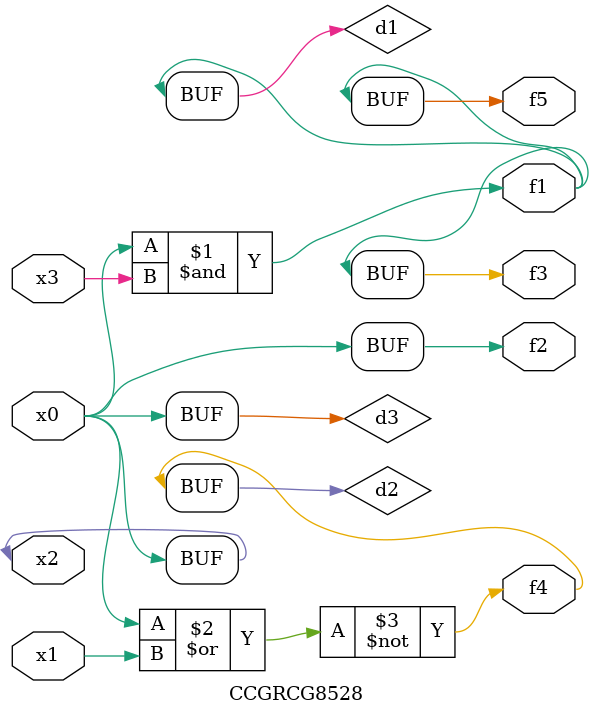
<source format=v>
module CCGRCG8528(
	input x0, x1, x2, x3,
	output f1, f2, f3, f4, f5
);

	wire d1, d2, d3;

	and (d1, x2, x3);
	nor (d2, x0, x1);
	buf (d3, x0, x2);
	assign f1 = d1;
	assign f2 = d3;
	assign f3 = d1;
	assign f4 = d2;
	assign f5 = d1;
endmodule

</source>
